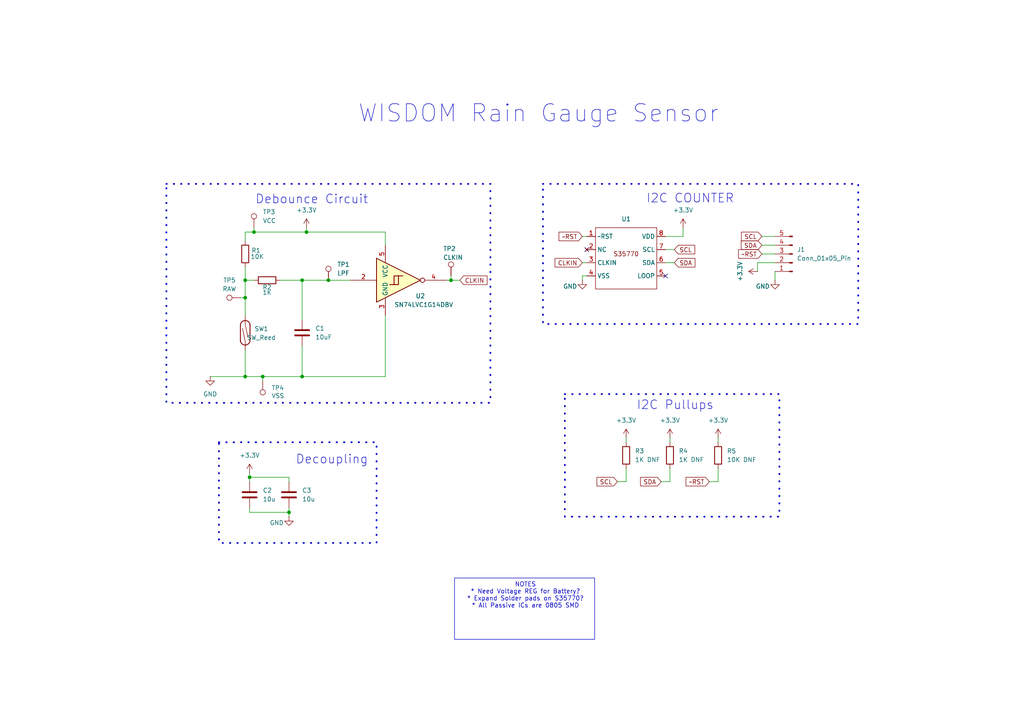
<source format=kicad_sch>
(kicad_sch (version 20231120) (generator "eeschema") (generator_version "8.0")
  (paper "A4")
  (title_block (title "WISDOM Rain Gauge Sensor") (date "08/06/24"))
  (lib_symbols
    (symbol "74xGxx:SN74LVC1G14DBV"
      (property "Reference" "U" (at 0 3.81 0))
      (property "Value" "SN74LVC1G14DBV" (at 0 -3.81 0))
      (symbol "SN74LVC1G14DBV_0_1"
        (polyline (pts (xy -7.62 6.35) (xy -7.62 -6.35) (xy 5.08 0) (xy -7.62 6.35)) (stroke (width 0.254)) (fill (type background)))
      )
      (symbol "SN74LVC1G14DBV_1_1"
        (polyline (pts (xy -3.81 -1.27) (xy -1.27 -1.27) (xy -1.27 1.27)) (stroke (width 0.254)))
        (polyline (pts (xy -2.54 -1.27) (xy -2.54 1.27) (xy 0 1.27)) (stroke (width 0.254)))
        (pin no_connect line (at -7.62 5.08 180) (length 5.08) hide (name "NC") (number "1"))
        (pin input line (at -15.24 0 0) (length 7.62) (name "~") (number "2"))
        (pin power_in line (at -5.08 -10.16 90) (length 5.08) (name "GND") (number "3"))
        (pin output inverted (at 12.7 0 180) (length 7.62) (name "~") (number "4"))
        (pin power_in line (at -5.08 10.16 270) (length 5.08) (name "VCC") (number "5"))
      )
    )
    (symbol "Ablic:S35770"
      (property "Reference" "U" (at 0 0 0))
      (symbol "S35770_0_1"
        (rectangle (start 0 -1.27) (end 17.78 -19.05))
      )
      (symbol "S35770_1_1"
        (text "S35770" (at 8.89 -8.89 0) (effects (font (size 1.27 1.27))))
        (pin input line (at -2.54 -3.81 0) (length 2.54) (name "~RST") (number "1"))
        (pin no_connect line (at -2.54 -7.62 0) (length 2.54) (name "NC") (number "2"))
        (pin input line (at -2.54 -11.43 0) (length 2.54) (name "CLKIN") (number "3"))
        (pin power_in line (at -2.54 -15.24 0) (length 2.54) (name "VSS") (number "4"))
        (pin output line (at 20.32 -15.24 180) (length 2.54) (name "LOOP") (number "5"))
        (pin bidirectional line (at 20.32 -11.43 180) (length 2.54) (name "SDA") (number "6"))
        (pin bidirectional line (at 20.32 -7.62 180) (length 2.54) (name "SCL") (number "7"))
        (pin power_in line (at 20.32 -3.81 180) (length 2.54) (name "VDD") (number "8"))
      )
    )
    (symbol "Connector:Conn_01x05_Pin" (pin_names (offset 1.016) hide)
      (property "Reference" "J" (at 0 7.62 0))
      (property "Value" "Conn_01x05_Pin" (at 0 -7.62 0))
      (symbol "Conn_01x05_Pin_1_1"
        (polyline (pts (xy 1.27 -5.08) (xy 0.8636 -5.08)) (stroke (width 0.1524)))
        (polyline (pts (xy 1.27 -2.54) (xy 0.8636 -2.54)) (stroke (width 0.1524)))
        (polyline (pts (xy 1.27 0) (xy 0.8636 0)) (stroke (width 0.1524)))
        (polyline (pts (xy 1.27 2.54) (xy 0.8636 2.54)) (stroke (width 0.1524)))
        (polyline (pts (xy 1.27 5.08) (xy 0.8636 5.08)) (stroke (width 0.1524)))
        (rectangle (start 0.8636 -4.953) (end 0 -5.207) (stroke (width 0.1524)) (fill (type outline)))
        (rectangle (start 0.8636 -2.413) (end 0 -2.667) (stroke (width 0.1524)) (fill (type outline)))
        (rectangle (start 0.8636 0.127) (end 0 -0.127) (stroke (width 0.1524)) (fill (type outline)))
        (rectangle (start 0.8636 2.667) (end 0 2.413) (stroke (width 0.1524)) (fill (type outline)))
        (rectangle (start 0.8636 5.207) (end 0 4.953) (stroke (width 0.1524)) (fill (type outline)))
        (pin passive line (at 5.08 5.08 180) (length 3.81) (name "Pin_1") (number "1"))
        (pin passive line (at 5.08 2.54 180) (length 3.81) (name "Pin_2") (number "2"))
        (pin passive line (at 5.08 0 180) (length 3.81) (name "Pin_3") (number "3"))
        (pin passive line (at 5.08 -2.54 180) (length 3.81) (name "Pin_4") (number "4"))
        (pin passive line (at 5.08 -5.08 180) (length 3.81) (name "Pin_5") (number "5"))
      )
    )
    (symbol "Connector:TestPoint" (pin_numbers hide) (pin_names (offset 0.762) hide)
      (property "Reference" "TP" (at 0 6.858 0))
      (property "Value" "TestPoint" (at 0 5.08 0))
      (symbol "TestPoint_0_1"
        (circle (center 0 3.302) (radius 0.762))
      )
      (symbol "TestPoint_1_1"
        (pin passive line (at 0 0 90) (length 2.54) (name "1") (number "1"))
      )
    )
    (symbol "Device:C" (pin_numbers hide) (pin_names (offset 0.254))
      (property "Reference" "C" (at 0.635 2.54 0))
      (property "Value" "C" (at 0.635 -2.54 0))
      (symbol "C_0_1"
        (polyline (pts (xy -2.032 -0.762) (xy 2.032 -0.762)) (stroke (width 0.508)))
        (polyline (pts (xy -2.032 0.762) (xy 2.032 0.762)) (stroke (width 0.508)))
      )
      (symbol "C_1_1"
        (pin passive line (at 0 3.81 270) (length 2.794) (name "~") (number "1"))
        (pin passive line (at 0 -3.81 90) (length 2.794) (name "~") (number "2"))
      )
    )
    (symbol "Device:R" (pin_numbers hide) (pin_names (offset 0))
      (property "Reference" "R" (at 2.032 0 90))
      (property "Value" "R" (at 0 0 90))
      (symbol "R_0_1"
        (rectangle (start -1.016 -2.54) (end 1.016 2.54) (stroke (width 0.254)))
      )
      (symbol "R_1_1"
        (pin passive line (at 0 3.81 270) (length 1.27) (name "~") (number "1"))
        (pin passive line (at 0 -3.81 90) (length 1.27) (name "~") (number "2"))
      )
    )
    (symbol "Switch:SW_Reed" (pin_numbers hide) (pin_names (offset 0) hide)
      (property "Reference" "SW" (at 0 2.54 0))
      (property "Value" "SW_Reed" (at 0 -2.54 0))
      (symbol "SW_Reed_0_0"
        (arc (start -2.159 1.397) (mid -3.55 0) (end -2.159 -1.397) (stroke (width 0.254)))
        (polyline (pts (xy -2.54 0) (xy 1.27 0.762)))
        (polyline (pts (xy -2.159 -1.397) (xy 2.286 -1.397)) (stroke (width 0.254)))
        (polyline (pts (xy 2.159 1.397) (xy -2.159 1.397)) (stroke (width 0.254)))
        (polyline (pts (xy 2.54 0) (xy -1.27 -0.762)))
        (arc (start 2.159 -1.397) (mid 3.55 0) (end 2.159 1.397) (stroke (width 0.254)))
      )
      (symbol "SW_Reed_1_1"
        (pin passive line (at -5.08 0 0) (length 2.54) (name "1") (number "1"))
        (pin passive line (at 5.08 0 180) (length 2.54) (name "2") (number "2"))
      )
    )
    (symbol "power:+3.3V" (power) (pin_numbers hide) (pin_names (offset 0) hide)
      (property "Value" "+3.3V" (at 0 3.556 0))
      (symbol "+3.3V_0_1"
        (polyline (pts (xy -0.762 1.27) (xy 0 2.54)))
        (polyline (pts (xy 0 0) (xy 0 2.54)))
        (polyline (pts (xy 0 2.54) (xy 0.762 1.27)))
      )
      (symbol "+3.3V_1_1"
        (pin power_in line (at 0 0 90) (length 0) (name "~") (number "1"))
      )
    )
    (symbol "power:GND" (power) (pin_numbers hide) (pin_names (offset 0) hide)
      (property "Value" "GND" (at 0 -3.81 0))
      (symbol "GND_0_1"
        (polyline (pts (xy 0 0) (xy 0 -1.27) (xy 1.27 -1.27) (xy 0 -2.54) (xy -1.27 -1.27) (xy 0 -1.27)))
      )
      (symbol "GND_1_1"
        (pin power_in line (at 0 0 270) (length 0) (name "~") (number "1"))
      )
    )
  )
  (junction (at 130.81 81.28))
  (junction (at 71.12 81.28))
  (junction (at 73.66 67.31))
  (junction (at 95.25 81.28))
  (junction (at 71.12 109.22))
  (junction (at 87.63 109.22))
  (junction (at 71.12 86.36))
  (junction (at 72.39 138.43))
  (junction (at 88.9 67.31))
  (junction (at 76.2 109.22))
  (junction (at 83.82 148.59))
  (junction (at 87.63 81.28))
  (no_connect (at 193.04 80.01))
  (no_connect (at 170.18 72.39))
  (wire (pts (xy 168.91 76.2) (xy 170.18 76.2)))
  (wire (pts (xy 71.12 77.47) (xy 71.12 81.28)))
  (wire (pts (xy 129.54 81.28) (xy 130.81 81.28)))
  (wire (pts (xy 73.66 67.31) (xy 88.9 67.31)))
  (wire (pts (xy 76.2 110.49) (xy 76.2 109.22)))
  (wire (pts (xy 193.04 68.58) (xy 198.12 68.58)))
  (wire (pts (xy 72.39 138.43) (xy 83.82 138.43)))
  (wire (pts (xy 193.04 72.39) (xy 195.58 72.39)))
  (wire (pts (xy 83.82 139.7) (xy 83.82 138.43)))
  (wire (pts (xy 72.39 147.32) (xy 72.39 148.59)))
  (wire (pts (xy 168.91 68.58) (xy 170.18 68.58)))
  (wire (pts (xy 208.28 139.7) (xy 208.28 135.89)))
  (wire (pts (xy 88.9 67.31) (xy 111.76 67.31)))
  (wire (pts (xy 87.63 100.33) (xy 87.63 109.22)))
  (wire (pts (xy 76.2 109.22) (xy 71.12 109.22)))
  (wire (pts (xy 181.61 139.7) (xy 181.61 135.89)))
  (wire (pts (xy 220.98 73.66) (xy 224.79 73.66)))
  (wire (pts (xy 83.82 147.32) (xy 83.82 148.59)))
  (wire (pts (xy 87.63 81.28) (xy 95.25 81.28)))
  (wire (pts (xy 69.85 86.36) (xy 71.12 86.36)))
  (wire (pts (xy 72.39 137.16) (xy 72.39 138.43)))
  (wire (pts (xy 205.74 139.7) (xy 208.28 139.7)))
  (wire (pts (xy 224.79 78.74) (xy 224.79 81.28)))
  (wire (pts (xy 71.12 101.6) (xy 71.12 109.22)))
  (wire (pts (xy 71.12 86.36) (xy 71.12 91.44)))
  (wire (pts (xy 224.79 76.2) (xy 219.71 76.2)))
  (wire (pts (xy 130.81 81.28) (xy 133.35 81.28)))
  (wire (pts (xy 72.39 148.59) (xy 83.82 148.59)))
  (wire (pts (xy 83.82 148.59) (xy 83.82 149.86)))
  (wire (pts (xy 220.98 68.58) (xy 224.79 68.58)))
  (wire (pts (xy 111.76 67.31) (xy 111.76 71.12)))
  (wire (pts (xy 71.12 109.22) (xy 60.96 109.22)))
  (wire (pts (xy 111.76 109.22) (xy 87.63 109.22)))
  (wire (pts (xy 198.12 66.04) (xy 198.12 68.58)))
  (wire (pts (xy 71.12 67.31) (xy 71.12 69.85)))
  (wire (pts (xy 130.81 80.01) (xy 130.81 81.28)))
  (wire (pts (xy 73.66 66.04) (xy 73.66 67.31)))
  (wire (pts (xy 71.12 81.28) (xy 73.66 81.28)))
  (wire (pts (xy 194.31 139.7) (xy 194.31 135.89)))
  (wire (pts (xy 220.98 71.12) (xy 224.79 71.12)))
  (wire (pts (xy 81.28 81.28) (xy 87.63 81.28)))
  (wire (pts (xy 72.39 138.43) (xy 72.39 139.7)))
  (wire (pts (xy 168.91 80.01) (xy 168.91 81.28)))
  (wire (pts (xy 111.76 91.44) (xy 111.76 109.22)))
  (wire (pts (xy 87.63 109.22) (xy 76.2 109.22)))
  (wire (pts (xy 87.63 81.28) (xy 87.63 92.71)))
  (wire (pts (xy 191.77 139.7) (xy 194.31 139.7)))
  (wire (pts (xy 179.07 139.7) (xy 181.61 139.7)))
  (wire (pts (xy 95.25 81.28) (xy 101.6 81.28)))
  (wire (pts (xy 71.12 81.28) (xy 71.12 86.36)))
  (wire (pts (xy 208.28 127) (xy 208.28 128.27)))
  (wire (pts (xy 193.04 76.2) (xy 195.58 76.2)))
  (wire (pts (xy 181.61 127) (xy 181.61 128.27)))
  (wire (pts (xy 88.9 66.04) (xy 88.9 67.31)))
  (wire (pts (xy 194.31 127) (xy 194.31 128.27)))
  (wire (pts (xy 170.18 80.01) (xy 168.91 80.01)))
  (wire (pts (xy 71.12 67.31) (xy 73.66 67.31)))
  (wire (pts (xy 219.71 76.2) (xy 219.71 78.74)))
  (rectangle (start 157.48 53.34) (end 248.92 93.98) (stroke (width 0.508) (type dot)))
  (rectangle (start 163.83 114.3) (end 226.06 149.86) (stroke (width 0.508) (type dot)))
  (rectangle (start 131.826 167.64) (end 172.466 185.42))
  (rectangle (start 63.5 128.27) (end 109.22 157.48) (stroke (width 0.508) (type dot)))
  (rectangle (start 48.26 53.34) (end 142.24 116.84) (stroke (width 0.508) (type dot)))
  (text "Debounce Circuit\n" (at 90.424 57.912 0) (effects (font (size 2.54 2.54))))
  (text "I2C Pullups" (at 195.834 117.602 0) (effects (font (size 2.54 2.54))))
  (text "Decoupling" (at 96.266 133.35 0) (effects (font (size 2.54 2.54))))
  (text "NOTES\n* Need Voltage REG for Battery?\n* Expand Solder pads on S35770?\n* All Passive ICs are 0805 SMD\n" (at 152.4 172.72 0) (effects (font (size 1.27 1.27))))
  (text "WISDOM Rain Gauge Sensor" (at 156.21 33.02 0) (effects (font (size 5 5))))
  (text "I2C COUNTER " (at 201.168 57.658 0) (effects (font (size 2.54 2.54))))
  (global_label "~RST" (shape input) (at 168.91 68.58 180) (property "Intersheetrefs" "${INTERSHEET_REFS}" (effects (hide yes))))
  (global_label "~RST" (shape input) (at 205.74 139.7 180) (property "Intersheetrefs" "${INTERSHEET_REFS}" (effects (hide yes))))
  (global_label "SDA" (shape input) (at 191.77 139.7 180) (property "Intersheetrefs" "${INTERSHEET_REFS}" (effects (hide yes))))
  (global_label "~RST" (shape input) (at 220.98 73.66 180) (property "Intersheetrefs" "${INTERSHEET_REFS}" (effects (hide yes))))
  (global_label "CLKIN" (shape input) (at 133.35 81.28 0) (property "Intersheetrefs" "${INTERSHEET_REFS}" (effects (hide yes))))
  (global_label "CLKIN" (shape input) (at 168.91 76.2 180) (property "Intersheetrefs" "${INTERSHEET_REFS}" (effects (hide yes))))
  (global_label "SDA" (shape input) (at 195.58 76.2 0) (property "Intersheetrefs" "${INTERSHEET_REFS}" (effects (hide yes))))
  (global_label "SCL" (shape input) (at 220.98 68.58 180) (property "Intersheetrefs" "${INTERSHEET_REFS}" (effects (hide yes))))
  (global_label "SCL" (shape input) (at 195.58 72.39 0) (property "Intersheetrefs" "${INTERSHEET_REFS}" (effects (hide yes))))
  (global_label "SCL" (shape input) (at 179.07 139.7 180) (property "Intersheetrefs" "${INTERSHEET_REFS}" (effects (hide yes))))
  (global_label "SDA" (shape input) (at 220.98 71.12 180) (property "Intersheetrefs" "${INTERSHEET_REFS}" (effects (hide yes))))
  (symbol (lib_id "Device:C") (at 87.63 96.52 0) (unit 1)
    (property "Reference" "C1" (at 91.44 95.2499 0) (effects (justify left)))
    (property "Value" "10uF" (at 91.44 97.7899 0) (effects (justify left)))
    (property "Footprint" "Capacitor_SMD:C_0805_2012Metric_Pad1.18x1.45mm_HandSolder" (effects (hide yes)))
    (property "Description" "Unpolarized capacitor" (effects (hide yes)))
  )
  (symbol (lib_id "Switch:SW_Reed") (at 71.12 96.52 270) (unit 1)
    (property "Reference" "SW1" (at 75.819 95.377 90))
    (property "Value" "SW_Reed" (at 75.819 97.917 90))
    (property "Footprint" "Button_Switch_SMD:SW_SPST_REED_CT05-XXXX-J1" (effects (hide yes)))
    (property "Description" "reed switch" (effects (hide yes)))
  )
  (symbol (lib_id "power:+3.3V") (at 198.12 66.04 0) (unit 1)
    (property "Reference" "#PWR06" (effects (hide yes)))
    (property "Value" "+3.3V" (at 198.12 60.96 0))
    (property "Description" "Power symbol creates a global label with name \"+3.3V\"" (effects (hide yes)))
  )
  (symbol (lib_id "power:+3.3V") (at 72.39 137.16 0) (unit 1)
    (property "Reference" "#PWR010" (effects (hide yes)))
    (property "Value" "+3.3V" (at 72.39 132.08 0))
    (property "Description" "Power symbol creates a global label with name \"+3.3V\"" (effects (hide yes)))
  )
  (symbol (lib_id "Connector:Conn_01x05_Pin") (at 229.87 73.66 180) (unit 1)
    (property "Reference" "J1" (at 231.14 72.3899 0) (effects (justify right)))
    (property "Value" "Conn_01x05_Pin" (at 231.14 74.9299 0) (effects (justify right)))
    (property "Footprint" "Connector_JST:JST_EH_B5B-EH-A_1x05_P2.50mm_Vertical" (effects (hide yes)))
    (property "Description" "Generic connector, single row, 01x05, script generated" (effects (hide yes)))
  )
  (symbol (lib_id "power:+3.3V") (at 88.9 66.04 0) (unit 1)
    (property "Reference" "#PWR01" (effects (hide yes)))
    (property "Value" "+3.3V" (at 88.9 60.96 0))
    (property "Description" "Power symbol creates a global label with name \"+3.3V\"" (effects (hide yes)))
  )
  (symbol (lib_id "Device:R") (at 181.61 132.08 0) (unit 1)
    (property "Reference" "R3" (at 184.15 130.8099 0) (effects (justify left)))
    (property "Value" "1K DNF" (at 184.15 133.3499 0) (effects (justify left)))
    (property "Footprint" "Resistor_SMD:R_0805_2012Metric_Pad1.20x1.40mm_HandSolder" (effects (hide yes)))
    (property "Description" "Resistor" (effects (hide yes)))
  )
  (symbol (lib_id "Connector:TestPoint") (at 76.2 110.49 180) (unit 1)
    (property "Reference" "TP4" (at 78.74 112.5219 0) (effects (justify right)))
    (property "Value" "VSS" (at 78.74 114.808 0) (effects (justify right)))
    (property "Footprint" "Connector_PinHeader_2.54mm:PinHeader_1x01_P2.54mm_Vertical" (effects (hide yes)))
    (property "Description" "test point" (effects (hide yes)))
  )
  (symbol (lib_id "Device:C") (at 72.39 143.51 0) (unit 1)
    (property "Reference" "C2" (at 76.2 142.2399 0) (effects (justify left)))
    (property "Value" "10u" (at 76.2 144.7799 0) (effects (justify left)))
    (property "Footprint" "Capacitor_SMD:C_0805_2012Metric_Pad1.18x1.45mm_HandSolder" (effects (hide yes)))
    (property "Description" "Unpolarized capacitor" (effects (hide yes)))
  )
  (symbol (lib_id "Connector:TestPoint") (at 73.66 66.04 0) (unit 1)
    (property "Reference" "TP3" (at 76.2 61.4679 0) (effects (justify left)))
    (property "Value" "VCC" (at 76.2 64.0079 0) (effects (justify left)))
    (property "Footprint" "Connector_PinHeader_2.54mm:PinHeader_1x01_P2.54mm_Vertical" (effects (hide yes)))
    (property "Description" "test point" (effects (hide yes)))
  )
  (symbol (lib_id "Connector:TestPoint") (at 130.81 80.01 0) (unit 1)
    (property "Reference" "TP2" (at 128.524 72.136 0) (effects (justify left)))
    (property "Value" "CLKIN" (at 128.524 74.676 0) (effects (justify left)))
    (property "Footprint" "Connector_PinHeader_2.54mm:PinHeader_1x01_P2.54mm_Vertical" (effects (hide yes)))
    (property "Description" "test point" (effects (hide yes)))
  )
  (symbol (lib_id "power:GND") (at 224.79 81.28 0) (unit 1)
    (property "Reference" "#PWR04" (effects (hide yes)))
    (property "Value" "GND" (at 221.234 83.058 0))
    (property "Description" "Power symbol creates a global label with name \"GND\" , ground" (effects (hide yes)))
  )
  (symbol (lib_id "Ablic:S35770") (at 172.72 64.77 0) (unit 1)
    (property "Reference" "U1" (at 181.61 63.5 0))
    (property "Value" "S35770" (effects (hide yes)))
    (property "Footprint" "WiSDOM:TMSOP08_2P9X2P8_ABL" (effects (hide yes)))
    (property "Datasheet" "https://www.ablic.com/en/doc/datasheet/counter_ic/S35770_I_E.pdf" (effects (hide yes)))
    (property "Description" "Counter IC with 2-wire (I2C Bus) Interface" (effects (hide yes)))
  )
  (symbol (lib_id "74xGxx:SN74LVC1G14DBV") (at 116.84 81.28 0) (unit 1)
    (property "Reference" "U2" (at 121.92 85.852 0))
    (property "Value" "SN74LVC1G14DBV" (at 122.936 88.392 0))
    (property "Footprint" "Package_TO_SOT_SMD:SOT-23-5" (effects (hide yes)))
    (property "Datasheet" "https://www.ti.com/lit/ds/symlink/sn74lvc1g14.pdf" (effects (hide yes)))
    (property "Description" "Single Schmitt NOT Gate, Low-Voltage CMOS, SOT-23" (effects (hide yes)))
  )
  (symbol (lib_id "power:+3.3V") (at 181.61 127 0) (unit 1)
    (property "Reference" "#PWR07" (effects (hide yes)))
    (property "Value" "+3.3V" (at 181.61 121.92 0))
    (property "Description" "Power symbol creates a global label with name \"+3.3V\"" (effects (hide yes)))
  )
  (symbol (lib_id "power:+3.3V") (at 194.31 127 0) (unit 1)
    (property "Reference" "#PWR08" (effects (hide yes)))
    (property "Value" "+3.3V" (at 194.31 121.92 0))
    (property "Description" "Power symbol creates a global label with name \"+3.3V\"" (effects (hide yes)))
  )
  (symbol (lib_id "Device:R") (at 77.47 81.28 90) (unit 1)
    (property "Reference" "R2" (at 77.47 83.312 90))
    (property "Value" "1K" (at 77.47 84.836 90))
    (property "Footprint" "Resistor_SMD:R_0805_2012Metric_Pad1.20x1.40mm_HandSolder" (effects (hide yes)))
    (property "Description" "Resistor" (effects (hide yes)))
  )
  (symbol (lib_id "Connector:TestPoint") (at 69.85 86.36 90) (unit 1)
    (property "Reference" "TP5" (at 66.548 81.28 90))
    (property "Value" "RAW" (at 66.548 83.82 90))
    (property "Footprint" "Connector_PinHeader_2.54mm:PinHeader_1x01_P2.54mm_Vertical" (effects (hide yes)))
    (property "Description" "test point" (effects (hide yes)))
  )
  (symbol (lib_id "Device:R") (at 194.31 132.08 0) (unit 1)
    (property "Reference" "R4" (at 196.85 130.8099 0) (effects (justify left)))
    (property "Value" "1K DNF" (at 196.85 133.3499 0) (effects (justify left)))
    (property "Footprint" "Resistor_SMD:R_0805_2012Metric_Pad1.20x1.40mm_HandSolder" (effects (hide yes)))
    (property "Description" "Resistor" (effects (hide yes)))
  )
  (symbol (lib_id "power:GND") (at 168.91 81.28 0) (unit 1)
    (property "Reference" "#PWR03" (effects (hide yes)))
    (property "Value" "GND" (at 165.354 83.058 0))
    (property "Description" "Power symbol creates a global label with name \"GND\" , ground" (effects (hide yes)))
  )
  (symbol (lib_id "power:+3.3V") (at 208.28 127 0) (unit 1)
    (property "Reference" "#PWR09" (effects (hide yes)))
    (property "Value" "+3.3V" (at 208.28 121.92 0))
    (property "Description" "Power symbol creates a global label with name \"+3.3V\"" (effects (hide yes)))
  )
  (symbol (lib_id "power:GND") (at 60.96 109.22 0) (unit 1)
    (property "Reference" "#PWR02" (effects (hide yes)))
    (property "Value" "GND" (at 60.96 114.3 0))
    (property "Description" "Power symbol creates a global label with name \"GND\" , ground" (effects (hide yes)))
  )
  (symbol (lib_id "Device:R") (at 71.12 73.66 0) (unit 1)
    (property "Reference" "R1" (at 72.898 72.6439 0) (effects (justify left)))
    (property "Value" "10K" (at 72.644 74.422 0) (effects (justify left)))
    (property "Footprint" "Resistor_SMD:R_0805_2012Metric_Pad1.20x1.40mm_HandSolder" (effects (hide yes)))
    (property "Description" "Resistor" (effects (hide yes)))
  )
  (symbol (lib_id "Connector:TestPoint") (at 95.25 81.28 0) (unit 1)
    (property "Reference" "TP1" (at 97.79 76.7079 0) (effects (justify left)))
    (property "Value" "LPF" (at 97.79 79.2479 0) (effects (justify left)))
    (property "Footprint" "Connector_PinHeader_2.54mm:PinHeader_1x01_P2.54mm_Vertical" (effects (hide yes)))
    (property "Description" "test point" (effects (hide yes)))
  )
  (symbol (lib_id "Device:C") (at 83.82 143.51 0) (unit 1)
    (property "Reference" "C3" (at 87.63 142.2399 0) (effects (justify left)))
    (property "Value" "10u" (at 87.63 144.7799 0) (effects (justify left)))
    (property "Footprint" "Capacitor_SMD:C_0805_2012Metric_Pad1.18x1.45mm_HandSolder" (effects (hide yes)))
    (property "Description" "Unpolarized capacitor" (effects (hide yes)))
  )
  (symbol (lib_id "Device:R") (at 208.28 132.08 0) (unit 1)
    (property "Reference" "R5" (at 210.82 130.8099 0) (effects (justify left)))
    (property "Value" "10K DNF" (at 210.82 133.3499 0) (effects (justify left)))
    (property "Footprint" "Resistor_SMD:R_0805_2012Metric_Pad1.20x1.40mm_HandSolder" (effects (hide yes)))
    (property "Description" "Resistor" (effects (hide yes)))
  )
  (symbol (lib_id "power:+3.3V") (at 219.71 78.74 90) (unit 1)
    (property "Reference" "#PWR05" (effects (hide yes)))
    (property "Value" "+3.3V" (at 214.63 78.74 0))
    (property "Description" "Power symbol creates a global label with name \"+3.3V\"" (effects (hide yes)))
  )
  (symbol (lib_id "power:GND") (at 83.82 149.86 0) (unit 1)
    (property "Reference" "#PWR011" (effects (hide yes)))
    (property "Value" "GND" (at 80.264 151.638 0))
    (property "Description" "Power symbol creates a global label with name \"GND\" , ground" (effects (hide yes)))
  )
)
</source>
